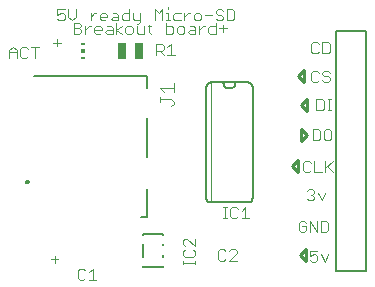
<source format=gbr>
G04 EAGLE Gerber X2 export*
%TF.Part,Single*%
%TF.FileFunction,Legend,Top,1*%
%TF.FilePolarity,Positive*%
%TF.GenerationSoftware,Autodesk,EAGLE,9.1.3*%
%TF.CreationDate,2018-09-14T10:43:08Z*%
G75*
%MOMM*%
%FSLAX34Y34*%
%LPD*%
%AMOC8*
5,1,8,0,0,1.08239X$1,22.5*%
G01*
%ADD10C,0.254000*%
%ADD11C,0.076200*%
%ADD12C,0.152400*%
%ADD13C,0.050800*%
%ADD14C,0.101600*%
%ADD15C,0.127000*%
%ADD16R,0.300000X0.150000*%
%ADD17R,0.300000X0.300000*%
%ADD18R,0.650000X1.400000*%
%ADD19C,0.200000*%


D10*
X267970Y170180D02*
X267970Y160020D01*
X262890Y165100D01*
X267970Y170180D01*
X262890Y144780D02*
X262890Y134620D01*
X267970Y139700D02*
X262890Y144780D01*
X267970Y139700D02*
X262890Y134620D01*
X266700Y43180D02*
X266700Y33020D01*
X261620Y38100D01*
X266700Y43180D01*
X265430Y184150D02*
X265430Y194310D01*
X260350Y189230D02*
X265430Y184150D01*
X260350Y189230D02*
X265430Y194310D01*
X260350Y118110D02*
X260350Y107950D01*
X255270Y113030D01*
X260350Y118110D01*
D11*
X277501Y192369D02*
X275934Y193937D01*
X272798Y193937D01*
X271231Y192369D01*
X271231Y186099D01*
X272798Y184531D01*
X275934Y184531D01*
X277501Y186099D01*
X285289Y193937D02*
X286857Y192369D01*
X285289Y193937D02*
X282153Y193937D01*
X280586Y192369D01*
X280586Y190802D01*
X282153Y189234D01*
X285289Y189234D01*
X286857Y187666D01*
X286857Y186099D01*
X285289Y184531D01*
X282153Y184531D01*
X280586Y186099D01*
X275619Y169807D02*
X275619Y160401D01*
X280322Y160401D01*
X281890Y161969D01*
X281890Y168239D01*
X280322Y169807D01*
X275619Y169807D01*
X284974Y160401D02*
X288110Y160401D01*
X286542Y160401D02*
X286542Y169807D01*
X284974Y169807D02*
X288110Y169807D01*
X272501Y144407D02*
X272501Y135001D01*
X277204Y135001D01*
X278771Y136569D01*
X278771Y142839D01*
X277204Y144407D01*
X272501Y144407D01*
X283423Y144407D02*
X286559Y144407D01*
X283423Y144407D02*
X281856Y142839D01*
X281856Y136569D01*
X283423Y135001D01*
X286559Y135001D01*
X288127Y136569D01*
X288127Y142839D01*
X286559Y144407D01*
X268988Y93607D02*
X267421Y92039D01*
X268988Y93607D02*
X272124Y93607D01*
X273691Y92039D01*
X273691Y90472D01*
X272124Y88904D01*
X270556Y88904D01*
X272124Y88904D02*
X273691Y87336D01*
X273691Y85769D01*
X272124Y84201D01*
X268988Y84201D01*
X267421Y85769D01*
X276776Y90472D02*
X279911Y84201D01*
X283047Y90472D01*
X276231Y41537D02*
X269961Y41537D01*
X269961Y36834D01*
X273096Y38402D01*
X274664Y38402D01*
X276231Y36834D01*
X276231Y33699D01*
X274664Y32131D01*
X271528Y32131D01*
X269961Y33699D01*
X279316Y38402D02*
X282451Y32131D01*
X285587Y38402D01*
X270686Y116169D02*
X269118Y117737D01*
X265983Y117737D01*
X264415Y116169D01*
X264415Y109899D01*
X265983Y108331D01*
X269118Y108331D01*
X270686Y109899D01*
X273771Y108331D02*
X273771Y117737D01*
X273771Y108331D02*
X280041Y108331D01*
X283126Y108331D02*
X283126Y117737D01*
X283126Y111466D02*
X289397Y117737D01*
X284693Y113034D02*
X289397Y108331D01*
X277501Y216499D02*
X275934Y218067D01*
X272798Y218067D01*
X271231Y216499D01*
X271231Y210229D01*
X272798Y208661D01*
X275934Y208661D01*
X277501Y210229D01*
X280586Y208661D02*
X280586Y218067D01*
X280586Y208661D02*
X285289Y208661D01*
X286857Y210229D01*
X286857Y216499D01*
X285289Y218067D01*
X280586Y218067D01*
X265308Y66937D02*
X266876Y65369D01*
X265308Y66937D02*
X262173Y66937D01*
X260605Y65369D01*
X260605Y59099D01*
X262173Y57531D01*
X265308Y57531D01*
X266876Y59099D01*
X266876Y62234D01*
X263741Y62234D01*
X269961Y57531D02*
X269961Y66937D01*
X276231Y57531D01*
X276231Y66937D01*
X279316Y66937D02*
X279316Y57531D01*
X284019Y57531D01*
X285587Y59099D01*
X285587Y65369D01*
X284019Y66937D01*
X279316Y66937D01*
X62532Y246007D02*
X56261Y246007D01*
X56261Y241304D01*
X59396Y242872D01*
X60964Y242872D01*
X62532Y241304D01*
X62532Y238169D01*
X60964Y236601D01*
X57829Y236601D01*
X56261Y238169D01*
X65616Y239736D02*
X65616Y246007D01*
X65616Y239736D02*
X68752Y236601D01*
X71887Y239736D01*
X71887Y246007D01*
X84327Y242872D02*
X84327Y236601D01*
X84327Y239736D02*
X87462Y242872D01*
X89030Y242872D01*
X93690Y236601D02*
X96826Y236601D01*
X93690Y236601D02*
X92123Y238169D01*
X92123Y241304D01*
X93690Y242872D01*
X96826Y242872D01*
X98393Y241304D01*
X98393Y239736D01*
X92123Y239736D01*
X103045Y242872D02*
X106181Y242872D01*
X107748Y241304D01*
X107748Y236601D01*
X103045Y236601D01*
X101478Y238169D01*
X103045Y239736D01*
X107748Y239736D01*
X117104Y236601D02*
X117104Y246007D01*
X117104Y236601D02*
X112401Y236601D01*
X110833Y238169D01*
X110833Y241304D01*
X112401Y242872D01*
X117104Y242872D01*
X120188Y242872D02*
X120188Y238169D01*
X121756Y236601D01*
X126459Y236601D01*
X126459Y235033D02*
X126459Y242872D01*
X126459Y235033D02*
X124891Y233466D01*
X123323Y233466D01*
X138898Y236601D02*
X138898Y246007D01*
X142034Y242872D01*
X145169Y246007D01*
X145169Y236601D01*
X148254Y242872D02*
X149821Y242872D01*
X149821Y236601D01*
X148254Y236601D02*
X151389Y236601D01*
X149821Y246007D02*
X149821Y247575D01*
X156058Y242872D02*
X160761Y242872D01*
X156058Y242872D02*
X154490Y241304D01*
X154490Y238169D01*
X156058Y236601D01*
X160761Y236601D01*
X163846Y236601D02*
X163846Y242872D01*
X166981Y242872D02*
X163846Y239736D01*
X166981Y242872D02*
X168549Y242872D01*
X173209Y236601D02*
X176345Y236601D01*
X177912Y238169D01*
X177912Y241304D01*
X176345Y242872D01*
X173209Y242872D01*
X171642Y241304D01*
X171642Y238169D01*
X173209Y236601D01*
X180997Y241304D02*
X187267Y241304D01*
X195055Y246007D02*
X196623Y244439D01*
X195055Y246007D02*
X191920Y246007D01*
X190352Y244439D01*
X190352Y242872D01*
X191920Y241304D01*
X195055Y241304D01*
X196623Y239736D01*
X196623Y238169D01*
X195055Y236601D01*
X191920Y236601D01*
X190352Y238169D01*
X199707Y236601D02*
X199707Y246007D01*
X199707Y236601D02*
X204410Y236601D01*
X205978Y238169D01*
X205978Y244439D01*
X204410Y246007D01*
X199707Y246007D01*
X70231Y234577D02*
X70231Y225171D01*
X70231Y234577D02*
X74934Y234577D01*
X76502Y233009D01*
X76502Y231442D01*
X74934Y229874D01*
X76502Y228306D01*
X76502Y226739D01*
X74934Y225171D01*
X70231Y225171D01*
X70231Y229874D02*
X74934Y229874D01*
X79586Y231442D02*
X79586Y225171D01*
X79586Y228306D02*
X82722Y231442D01*
X84289Y231442D01*
X88950Y225171D02*
X92085Y225171D01*
X88950Y225171D02*
X87382Y226739D01*
X87382Y229874D01*
X88950Y231442D01*
X92085Y231442D01*
X93653Y229874D01*
X93653Y228306D01*
X87382Y228306D01*
X98305Y231442D02*
X101440Y231442D01*
X103008Y229874D01*
X103008Y225171D01*
X98305Y225171D01*
X96737Y226739D01*
X98305Y228306D01*
X103008Y228306D01*
X106093Y225171D02*
X106093Y234577D01*
X106093Y228306D02*
X110796Y225171D01*
X106093Y228306D02*
X110796Y231442D01*
X115456Y225171D02*
X118592Y225171D01*
X120159Y226739D01*
X120159Y229874D01*
X118592Y231442D01*
X115456Y231442D01*
X113889Y229874D01*
X113889Y226739D01*
X115456Y225171D01*
X123244Y226739D02*
X123244Y231442D01*
X123244Y226739D02*
X124811Y225171D01*
X129514Y225171D01*
X129514Y231442D01*
X134167Y233009D02*
X134167Y226739D01*
X135734Y225171D01*
X135734Y231442D02*
X132599Y231442D01*
X148191Y234577D02*
X148191Y225171D01*
X152894Y225171D01*
X154462Y226739D01*
X154462Y229874D01*
X152894Y231442D01*
X148191Y231442D01*
X159114Y225171D02*
X162249Y225171D01*
X163817Y226739D01*
X163817Y229874D01*
X162249Y231442D01*
X159114Y231442D01*
X157546Y229874D01*
X157546Y226739D01*
X159114Y225171D01*
X168469Y231442D02*
X171604Y231442D01*
X173172Y229874D01*
X173172Y225171D01*
X168469Y225171D01*
X166901Y226739D01*
X168469Y228306D01*
X173172Y228306D01*
X176256Y225171D02*
X176256Y231442D01*
X176256Y228306D02*
X179392Y231442D01*
X180959Y231442D01*
X190323Y234577D02*
X190323Y225171D01*
X185620Y225171D01*
X184052Y226739D01*
X184052Y229874D01*
X185620Y231442D01*
X190323Y231442D01*
X193408Y229874D02*
X199678Y229874D01*
X196543Y233009D02*
X196543Y226739D01*
D12*
X221488Y180340D02*
X221488Y86360D01*
X186182Y82550D02*
X186060Y82552D01*
X185938Y82558D01*
X185816Y82568D01*
X185695Y82581D01*
X185574Y82599D01*
X185454Y82620D01*
X185334Y82646D01*
X185216Y82675D01*
X185098Y82707D01*
X184981Y82744D01*
X184866Y82784D01*
X184752Y82828D01*
X184640Y82876D01*
X184529Y82927D01*
X184420Y82982D01*
X184312Y83040D01*
X184207Y83102D01*
X184104Y83167D01*
X184002Y83235D01*
X183903Y83307D01*
X183807Y83381D01*
X183712Y83459D01*
X183621Y83540D01*
X183531Y83623D01*
X183445Y83709D01*
X183362Y83799D01*
X183281Y83890D01*
X183203Y83985D01*
X183129Y84081D01*
X183057Y84180D01*
X182989Y84282D01*
X182924Y84385D01*
X182862Y84490D01*
X182804Y84598D01*
X182749Y84707D01*
X182698Y84818D01*
X182650Y84930D01*
X182606Y85044D01*
X182566Y85159D01*
X182529Y85276D01*
X182497Y85394D01*
X182468Y85512D01*
X182442Y85632D01*
X182421Y85752D01*
X182403Y85873D01*
X182390Y85994D01*
X182380Y86116D01*
X182374Y86238D01*
X182372Y86360D01*
X221488Y180340D02*
X221486Y180462D01*
X221480Y180584D01*
X221470Y180706D01*
X221457Y180827D01*
X221439Y180948D01*
X221418Y181068D01*
X221392Y181188D01*
X221363Y181306D01*
X221331Y181424D01*
X221294Y181541D01*
X221254Y181656D01*
X221210Y181770D01*
X221162Y181882D01*
X221111Y181993D01*
X221056Y182102D01*
X220998Y182210D01*
X220936Y182315D01*
X220871Y182418D01*
X220803Y182520D01*
X220731Y182619D01*
X220657Y182715D01*
X220579Y182810D01*
X220498Y182901D01*
X220415Y182991D01*
X220329Y183077D01*
X220239Y183160D01*
X220148Y183241D01*
X220053Y183319D01*
X219957Y183393D01*
X219858Y183465D01*
X219756Y183533D01*
X219653Y183598D01*
X219548Y183660D01*
X219440Y183718D01*
X219331Y183773D01*
X219220Y183824D01*
X219108Y183872D01*
X218994Y183916D01*
X218879Y183956D01*
X218762Y183993D01*
X218644Y184025D01*
X218526Y184054D01*
X218406Y184080D01*
X218286Y184101D01*
X218165Y184119D01*
X218044Y184132D01*
X217922Y184142D01*
X217800Y184148D01*
X217678Y184150D01*
X221488Y86360D02*
X221486Y86238D01*
X221480Y86116D01*
X221470Y85994D01*
X221457Y85873D01*
X221439Y85752D01*
X221418Y85632D01*
X221392Y85512D01*
X221363Y85394D01*
X221331Y85276D01*
X221294Y85159D01*
X221254Y85044D01*
X221210Y84930D01*
X221162Y84818D01*
X221111Y84707D01*
X221056Y84598D01*
X220998Y84490D01*
X220936Y84385D01*
X220871Y84282D01*
X220803Y84180D01*
X220731Y84081D01*
X220657Y83985D01*
X220579Y83890D01*
X220498Y83799D01*
X220415Y83709D01*
X220329Y83623D01*
X220239Y83540D01*
X220148Y83459D01*
X220053Y83381D01*
X219957Y83307D01*
X219858Y83235D01*
X219756Y83167D01*
X219653Y83102D01*
X219548Y83040D01*
X219440Y82982D01*
X219331Y82927D01*
X219220Y82876D01*
X219108Y82828D01*
X218994Y82784D01*
X218879Y82744D01*
X218762Y82707D01*
X218644Y82675D01*
X218526Y82646D01*
X218406Y82620D01*
X218286Y82599D01*
X218165Y82581D01*
X218044Y82568D01*
X217922Y82558D01*
X217800Y82552D01*
X217678Y82550D01*
X182372Y180340D02*
X182374Y180462D01*
X182380Y180584D01*
X182390Y180706D01*
X182403Y180827D01*
X182421Y180948D01*
X182442Y181068D01*
X182468Y181188D01*
X182497Y181306D01*
X182529Y181424D01*
X182566Y181541D01*
X182606Y181656D01*
X182650Y181770D01*
X182698Y181882D01*
X182749Y181993D01*
X182804Y182102D01*
X182862Y182210D01*
X182924Y182315D01*
X182989Y182418D01*
X183057Y182520D01*
X183129Y182619D01*
X183203Y182715D01*
X183281Y182810D01*
X183362Y182901D01*
X183445Y182991D01*
X183531Y183077D01*
X183621Y183160D01*
X183712Y183241D01*
X183807Y183319D01*
X183903Y183393D01*
X184002Y183465D01*
X184104Y183533D01*
X184207Y183598D01*
X184312Y183660D01*
X184420Y183718D01*
X184529Y183773D01*
X184640Y183824D01*
X184752Y183872D01*
X184866Y183916D01*
X184981Y183956D01*
X185098Y183993D01*
X185216Y184025D01*
X185334Y184054D01*
X185454Y184080D01*
X185574Y184101D01*
X185695Y184119D01*
X185816Y184132D01*
X185938Y184142D01*
X186060Y184148D01*
X186182Y184150D01*
X182372Y180340D02*
X182372Y86360D01*
X186182Y82550D02*
X217678Y82550D01*
X217678Y184150D02*
X207010Y184150D01*
X196850Y184150D01*
X186182Y184150D01*
X196850Y184150D02*
X196852Y184009D01*
X196858Y183868D01*
X196868Y183727D01*
X196881Y183586D01*
X196899Y183446D01*
X196921Y183307D01*
X196946Y183168D01*
X196975Y183029D01*
X197008Y182892D01*
X197045Y182756D01*
X197086Y182621D01*
X197130Y182486D01*
X197178Y182354D01*
X197230Y182222D01*
X197285Y182092D01*
X197344Y181964D01*
X197407Y181837D01*
X197473Y181713D01*
X197542Y181590D01*
X197615Y181469D01*
X197691Y181350D01*
X197771Y181233D01*
X197854Y181119D01*
X197939Y181006D01*
X198028Y180897D01*
X198120Y180789D01*
X198215Y180685D01*
X198313Y180583D01*
X198414Y180484D01*
X198517Y180387D01*
X198623Y180294D01*
X198731Y180204D01*
X198842Y180116D01*
X198955Y180032D01*
X199071Y179951D01*
X199189Y179873D01*
X199309Y179798D01*
X199431Y179727D01*
X199555Y179659D01*
X199681Y179595D01*
X199808Y179534D01*
X199937Y179477D01*
X200068Y179424D01*
X200200Y179374D01*
X200333Y179327D01*
X200468Y179285D01*
X200604Y179246D01*
X200741Y179211D01*
X200878Y179180D01*
X201017Y179153D01*
X201156Y179129D01*
X201296Y179110D01*
X201436Y179094D01*
X201577Y179082D01*
X201718Y179074D01*
X201859Y179070D01*
X202001Y179070D01*
X202142Y179074D01*
X202283Y179082D01*
X202424Y179094D01*
X202564Y179110D01*
X202704Y179129D01*
X202843Y179153D01*
X202982Y179180D01*
X203119Y179211D01*
X203256Y179246D01*
X203392Y179285D01*
X203527Y179327D01*
X203660Y179374D01*
X203792Y179424D01*
X203923Y179477D01*
X204052Y179534D01*
X204179Y179595D01*
X204305Y179659D01*
X204429Y179727D01*
X204551Y179798D01*
X204671Y179873D01*
X204789Y179951D01*
X204905Y180032D01*
X205018Y180116D01*
X205129Y180204D01*
X205237Y180294D01*
X205343Y180387D01*
X205446Y180484D01*
X205547Y180583D01*
X205645Y180685D01*
X205740Y180789D01*
X205832Y180897D01*
X205921Y181006D01*
X206006Y181119D01*
X206089Y181233D01*
X206169Y181350D01*
X206245Y181469D01*
X206318Y181590D01*
X206387Y181713D01*
X206453Y181837D01*
X206516Y181964D01*
X206575Y182092D01*
X206630Y182222D01*
X206682Y182354D01*
X206730Y182486D01*
X206774Y182621D01*
X206815Y182756D01*
X206852Y182892D01*
X206885Y183029D01*
X206914Y183168D01*
X206939Y183307D01*
X206961Y183446D01*
X206979Y183586D01*
X206992Y183727D01*
X207002Y183868D01*
X207008Y184009D01*
X207010Y184150D01*
D13*
X185928Y184150D02*
X185928Y82550D01*
D14*
X196541Y69088D02*
X199591Y69088D01*
X198066Y69088D02*
X198066Y78240D01*
X196541Y78240D02*
X199591Y78240D01*
X207354Y78240D02*
X208879Y76715D01*
X207354Y78240D02*
X204303Y78240D01*
X202778Y76715D01*
X202778Y70613D01*
X204303Y69088D01*
X207354Y69088D01*
X208879Y70613D01*
X212133Y75189D02*
X215183Y78240D01*
X215183Y69088D01*
X212133Y69088D02*
X218234Y69088D01*
D12*
X145260Y56130D02*
X129060Y56130D01*
X129060Y27690D02*
X145260Y27690D01*
X129060Y36690D02*
X129060Y47130D01*
X145260Y37630D02*
X145260Y36690D01*
X145260Y46190D02*
X145260Y47130D01*
X145260Y28630D02*
X145260Y27690D01*
X145260Y55190D02*
X145260Y56130D01*
X129060Y56130D02*
X129060Y55190D01*
X129060Y28630D02*
X129060Y27690D01*
D11*
X172339Y30044D02*
X172339Y33179D01*
X172339Y31611D02*
X162933Y31611D01*
X162933Y30044D02*
X162933Y33179D01*
X162933Y40984D02*
X164501Y42551D01*
X162933Y40984D02*
X162933Y37848D01*
X164501Y36281D01*
X170771Y36281D01*
X172339Y37848D01*
X172339Y40984D01*
X170771Y42551D01*
X172339Y45636D02*
X172339Y51906D01*
X172339Y45636D02*
X166068Y51906D01*
X164501Y51906D01*
X162933Y50339D01*
X162933Y47203D01*
X164501Y45636D01*
X56987Y34294D02*
X50716Y34294D01*
X53851Y37429D02*
X53851Y31159D01*
X78264Y26457D02*
X79831Y24889D01*
X78264Y26457D02*
X75128Y26457D01*
X73561Y24889D01*
X73561Y18619D01*
X75128Y17051D01*
X78264Y17051D01*
X79831Y18619D01*
X82916Y23322D02*
X86051Y26457D01*
X86051Y17051D01*
X82916Y17051D02*
X89187Y17051D01*
X197014Y42667D02*
X198582Y41099D01*
X197014Y42667D02*
X193879Y42667D01*
X192311Y41099D01*
X192311Y34829D01*
X193879Y33261D01*
X197014Y33261D01*
X198582Y34829D01*
X201666Y33261D02*
X207937Y33261D01*
X201666Y33261D02*
X207937Y39532D01*
X207937Y41099D01*
X206369Y42667D01*
X203234Y42667D01*
X201666Y41099D01*
D15*
X292100Y24130D02*
X292100Y227330D01*
X317500Y227330D01*
X317500Y24130D01*
X292100Y24130D01*
D11*
X55876Y214546D02*
X55876Y220817D01*
X52741Y217681D02*
X59011Y217681D01*
D16*
X77700Y216820D03*
X77700Y204820D03*
D17*
X77700Y210820D03*
D11*
X15621Y211122D02*
X15621Y204851D01*
X15621Y211122D02*
X18756Y214257D01*
X21892Y211122D01*
X21892Y204851D01*
X21892Y209554D02*
X15621Y209554D01*
X29679Y214257D02*
X31247Y212689D01*
X29679Y214257D02*
X26544Y214257D01*
X24976Y212689D01*
X24976Y206419D01*
X26544Y204851D01*
X29679Y204851D01*
X31247Y206419D01*
X37467Y204851D02*
X37467Y214257D01*
X40602Y214257D02*
X34331Y214257D01*
D18*
X110796Y210805D03*
X125528Y210805D03*
D11*
X140081Y207391D02*
X140081Y216797D01*
X144784Y216797D01*
X146352Y215229D01*
X146352Y212094D01*
X144784Y210526D01*
X140081Y210526D01*
X143216Y210526D02*
X146352Y207391D01*
X149436Y213662D02*
X152572Y216797D01*
X152572Y207391D01*
X155707Y207391D02*
X149436Y207391D01*
D15*
X132390Y189290D02*
X132390Y179070D01*
X132390Y189290D02*
X36830Y189290D01*
X132390Y93980D02*
X132390Y69790D01*
X127000Y69790D01*
X132390Y120650D02*
X132390Y153670D01*
D14*
X152766Y163929D02*
X154723Y165885D01*
X154723Y167842D01*
X152766Y169798D01*
X142984Y169798D01*
X142984Y167842D02*
X142984Y171755D01*
X146897Y175664D02*
X142984Y179577D01*
X154723Y179577D01*
X154723Y175664D02*
X154723Y183490D01*
D19*
X29880Y99860D02*
X29882Y99923D01*
X29888Y99985D01*
X29898Y100047D01*
X29911Y100109D01*
X29929Y100169D01*
X29950Y100228D01*
X29975Y100286D01*
X30004Y100342D01*
X30036Y100396D01*
X30071Y100448D01*
X30109Y100497D01*
X30151Y100545D01*
X30195Y100589D01*
X30243Y100631D01*
X30292Y100669D01*
X30344Y100704D01*
X30398Y100736D01*
X30454Y100765D01*
X30512Y100790D01*
X30571Y100811D01*
X30631Y100829D01*
X30693Y100842D01*
X30755Y100852D01*
X30817Y100858D01*
X30880Y100860D01*
X30943Y100858D01*
X31005Y100852D01*
X31067Y100842D01*
X31129Y100829D01*
X31189Y100811D01*
X31248Y100790D01*
X31306Y100765D01*
X31362Y100736D01*
X31416Y100704D01*
X31468Y100669D01*
X31517Y100631D01*
X31565Y100589D01*
X31609Y100545D01*
X31651Y100497D01*
X31689Y100448D01*
X31724Y100396D01*
X31756Y100342D01*
X31785Y100286D01*
X31810Y100228D01*
X31831Y100169D01*
X31849Y100109D01*
X31862Y100047D01*
X31872Y99985D01*
X31878Y99923D01*
X31880Y99860D01*
X31878Y99797D01*
X31872Y99735D01*
X31862Y99673D01*
X31849Y99611D01*
X31831Y99551D01*
X31810Y99492D01*
X31785Y99434D01*
X31756Y99378D01*
X31724Y99324D01*
X31689Y99272D01*
X31651Y99223D01*
X31609Y99175D01*
X31565Y99131D01*
X31517Y99089D01*
X31468Y99051D01*
X31416Y99016D01*
X31362Y98984D01*
X31306Y98955D01*
X31248Y98930D01*
X31189Y98909D01*
X31129Y98891D01*
X31067Y98878D01*
X31005Y98868D01*
X30943Y98862D01*
X30880Y98860D01*
X30817Y98862D01*
X30755Y98868D01*
X30693Y98878D01*
X30631Y98891D01*
X30571Y98909D01*
X30512Y98930D01*
X30454Y98955D01*
X30398Y98984D01*
X30344Y99016D01*
X30292Y99051D01*
X30243Y99089D01*
X30195Y99131D01*
X30151Y99175D01*
X30109Y99223D01*
X30071Y99272D01*
X30036Y99324D01*
X30004Y99378D01*
X29975Y99434D01*
X29950Y99492D01*
X29929Y99551D01*
X29911Y99611D01*
X29898Y99673D01*
X29888Y99735D01*
X29882Y99797D01*
X29880Y99860D01*
M02*

</source>
